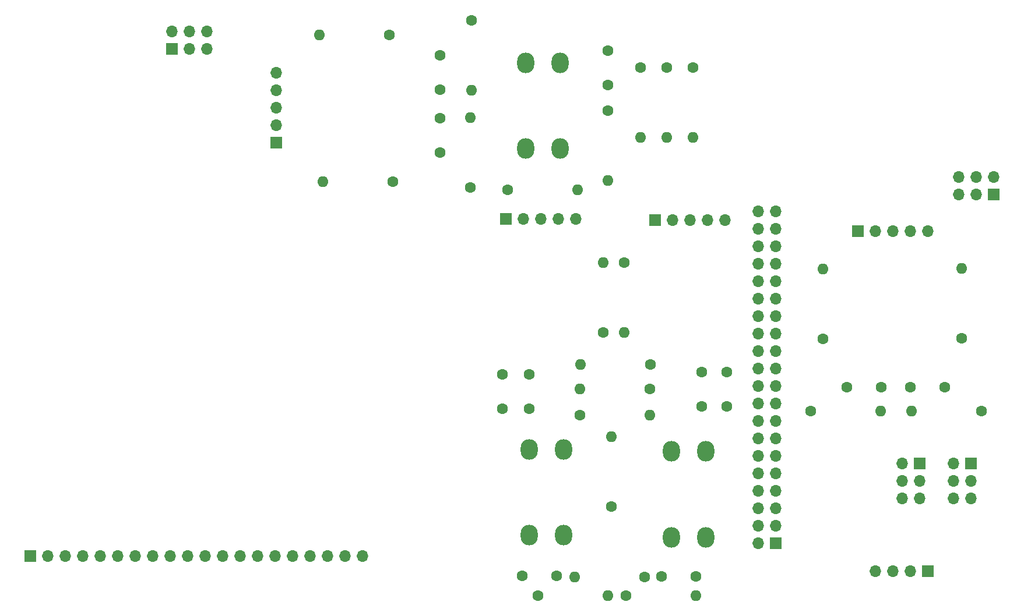
<source format=gbr>
%TF.GenerationSoftware,KiCad,Pcbnew,(6.0.5)*%
%TF.CreationDate,2022-06-02T12:02:42+02:00*%
%TF.ProjectId,norns_fork,6e6f726e-735f-4666-9f72-6b2e6b696361,rev?*%
%TF.SameCoordinates,Original*%
%TF.FileFunction,Soldermask,Bot*%
%TF.FilePolarity,Negative*%
%FSLAX46Y46*%
G04 Gerber Fmt 4.6, Leading zero omitted, Abs format (unit mm)*
G04 Created by KiCad (PCBNEW (6.0.5)) date 2022-06-02 12:02:42*
%MOMM*%
%LPD*%
G01*
G04 APERTURE LIST*
%ADD10C,1.600000*%
%ADD11O,1.600000X1.600000*%
%ADD12R,1.700000X1.700000*%
%ADD13O,1.700000X1.700000*%
%ADD14O,2.500000X3.000000*%
G04 APERTURE END LIST*
D10*
%TO.C,R13*%
X132529998Y-41412997D03*
D11*
X132529998Y-51572997D03*
%TD*%
D10*
%TO.C,R12*%
X158579998Y-91482997D03*
D11*
X148419998Y-91482997D03*
%TD*%
D12*
%TO.C,J1*%
X104219998Y-59257997D03*
D13*
X104219998Y-56717997D03*
X104219998Y-54177997D03*
X104219998Y-51637997D03*
X104219998Y-49097997D03*
%TD*%
D10*
%TO.C,R17*%
X152879998Y-112182997D03*
D11*
X152879998Y-102022997D03*
%TD*%
D12*
%TO.C,J6*%
X89009998Y-45632997D03*
D13*
X89009998Y-43092997D03*
X91549998Y-45632997D03*
X91549998Y-43092997D03*
X94089998Y-45632997D03*
X94089998Y-43092997D03*
%TD*%
D10*
%TO.C,R18*%
X155004998Y-125127997D03*
D11*
X165164998Y-125127997D03*
%TD*%
D12*
%TO.C,J4*%
X188704998Y-72081747D03*
D13*
X191244998Y-72081747D03*
X193784998Y-72081747D03*
X196324998Y-72081747D03*
X198864998Y-72081747D03*
%TD*%
D10*
%TO.C,R8*%
X158459998Y-95082997D03*
D11*
X148299998Y-95082997D03*
%TD*%
D10*
%TO.C,R14*%
X148299998Y-98882997D03*
D11*
X158459998Y-98882997D03*
%TD*%
D10*
%TO.C,R22*%
X206639998Y-98262997D03*
D11*
X196479998Y-98262997D03*
%TD*%
D10*
%TO.C,C8*%
X152358748Y-45882997D03*
X152358748Y-50882997D03*
%TD*%
D12*
%TO.C,J10*%
X176739998Y-117492997D03*
D13*
X174199998Y-117492997D03*
X176739998Y-114952997D03*
X174199998Y-114952997D03*
X176739998Y-112412997D03*
X174199998Y-112412997D03*
X176739998Y-109872997D03*
X174199998Y-109872997D03*
X176739998Y-107332997D03*
X174199998Y-107332997D03*
X176739998Y-104792997D03*
X174199998Y-104792997D03*
X176739998Y-102252997D03*
X174199998Y-102252997D03*
X176739998Y-99712997D03*
X174199998Y-99712997D03*
X176739998Y-97172997D03*
X174199998Y-97172997D03*
X176739998Y-94632997D03*
X174199998Y-94632997D03*
X176739998Y-92092997D03*
X174199998Y-92092997D03*
X176739998Y-89552997D03*
X174199998Y-89552997D03*
X176739998Y-87012997D03*
X174199998Y-87012997D03*
X176739998Y-84472997D03*
X174199998Y-84472997D03*
X176739998Y-81932997D03*
X174199998Y-81932997D03*
X176739998Y-79392997D03*
X174199998Y-79392997D03*
X176739998Y-76852997D03*
X174199998Y-76852997D03*
X176739998Y-74312997D03*
X174199998Y-74312997D03*
X176739998Y-71772997D03*
X174199998Y-71772997D03*
X176739998Y-69232997D03*
X174199998Y-69232997D03*
%TD*%
D14*
%TO.C,K2*%
X166629998Y-104132997D03*
X166629998Y-116632997D03*
X161629998Y-116632997D03*
X161629998Y-104132997D03*
%TD*%
D10*
%TO.C,R3*%
X164699998Y-48302997D03*
D11*
X164699998Y-58462997D03*
%TD*%
D10*
%TO.C,C6*%
X140979998Y-92882997D03*
X140979998Y-97882997D03*
%TD*%
D12*
%TO.C,J5*%
X208449998Y-66782997D03*
D13*
X208449998Y-64242997D03*
X205909998Y-66782997D03*
X205909998Y-64242997D03*
X203369998Y-66782997D03*
X203369998Y-64242997D03*
%TD*%
D14*
%TO.C,K3*%
X145929998Y-116332997D03*
X145929998Y-103832997D03*
X140929998Y-116332997D03*
X140929998Y-103832997D03*
%TD*%
D10*
%TO.C,R11*%
X151679998Y-86862997D03*
D11*
X151679998Y-76702997D03*
%TD*%
D10*
%TO.C,R21*%
X181799998Y-98262997D03*
D11*
X191959998Y-98262997D03*
%TD*%
D10*
%TO.C,R19*%
X183649998Y-87764247D03*
D11*
X183649998Y-77604247D03*
%TD*%
D12*
%TO.C,J9*%
X68459998Y-119382997D03*
D13*
X70999998Y-119382997D03*
X73539998Y-119382997D03*
X76079998Y-119382997D03*
X78619998Y-119382997D03*
X81159998Y-119382997D03*
X83699998Y-119382997D03*
X86239998Y-119382997D03*
X88779998Y-119382997D03*
X91319998Y-119382997D03*
X93859998Y-119382997D03*
X96399998Y-119382997D03*
X98939998Y-119382997D03*
X101479998Y-119382997D03*
X104019998Y-119382997D03*
X106559998Y-119382997D03*
X109099998Y-119382997D03*
X111639998Y-119382997D03*
X114179998Y-119382997D03*
X116719998Y-119382997D03*
%TD*%
D10*
%TO.C,R20*%
X203749998Y-87684247D03*
D11*
X203749998Y-77524247D03*
%TD*%
D10*
%TO.C,R15*%
X142204998Y-125127997D03*
D11*
X152364998Y-125127997D03*
%TD*%
D10*
%TO.C,R10*%
X132399998Y-65762997D03*
D11*
X132399998Y-55602997D03*
%TD*%
D10*
%TO.C,C10*%
X192089998Y-94814247D03*
X187089998Y-94814247D03*
%TD*%
%TO.C,C9*%
X165200000Y-122300000D03*
X160200000Y-122300000D03*
%TD*%
%TO.C,R1*%
X152358748Y-54562997D03*
D11*
X152358748Y-64722997D03*
%TD*%
D12*
%TO.C,J11*%
X198849998Y-121557997D03*
D13*
X196309998Y-121557997D03*
X193769998Y-121557997D03*
X191229998Y-121557997D03*
%TD*%
D10*
%TO.C,C5*%
X127969998Y-46522997D03*
X127969998Y-51522997D03*
%TD*%
%TO.C,C7*%
X144950000Y-122200000D03*
X139950000Y-122200000D03*
%TD*%
D14*
%TO.C,K1*%
X145458748Y-47592997D03*
X145458748Y-60092997D03*
X140458748Y-47592997D03*
X140458748Y-60092997D03*
%TD*%
D10*
%TO.C,C4*%
X165979998Y-92582997D03*
X165979998Y-97582997D03*
%TD*%
%TO.C,R6*%
X154779998Y-76702997D03*
D11*
X154779998Y-86862997D03*
%TD*%
D12*
%TO.C,J7*%
X205099998Y-105902997D03*
D13*
X202559998Y-105902997D03*
X205099998Y-108442997D03*
X202559998Y-108442997D03*
X205099998Y-110982997D03*
X202559998Y-110982997D03*
%TD*%
D10*
%TO.C,C11*%
X201339998Y-94814247D03*
X196339998Y-94814247D03*
%TD*%
%TO.C,C1*%
X169679998Y-92582997D03*
X169679998Y-97582997D03*
%TD*%
%TO.C,R2*%
X137848748Y-66052997D03*
D11*
X148008748Y-66052997D03*
%TD*%
D10*
%TO.C,C3*%
X137079998Y-97882997D03*
X137079998Y-92882997D03*
%TD*%
%TO.C,R9*%
X160899998Y-48302997D03*
D11*
X160899998Y-58462997D03*
%TD*%
D10*
%TO.C,R16*%
X157750000Y-122350000D03*
D11*
X147590000Y-122350000D03*
%TD*%
D12*
%TO.C,J3*%
X137574998Y-70340497D03*
D13*
X140114998Y-70340497D03*
X142654998Y-70340497D03*
X145194998Y-70340497D03*
X147734998Y-70340497D03*
%TD*%
D12*
%TO.C,J8*%
X197689998Y-105907997D03*
D13*
X195149998Y-105907997D03*
X197689998Y-108447997D03*
X195149998Y-108447997D03*
X197689998Y-110987997D03*
X195149998Y-110987997D03*
%TD*%
D10*
%TO.C,R5*%
X157099998Y-48302997D03*
D11*
X157099998Y-58462997D03*
%TD*%
D10*
%TO.C,R4*%
X121129998Y-64862997D03*
D11*
X110969998Y-64862997D03*
%TD*%
D12*
%TO.C,J2*%
X159224998Y-70482997D03*
D13*
X161764998Y-70482997D03*
X164304998Y-70482997D03*
X166844998Y-70482997D03*
X169384998Y-70482997D03*
%TD*%
D10*
%TO.C,R7*%
X120629998Y-43572997D03*
D11*
X110469998Y-43572997D03*
%TD*%
D10*
%TO.C,C2*%
X127969998Y-55652997D03*
X127969998Y-60652997D03*
%TD*%
M02*

</source>
